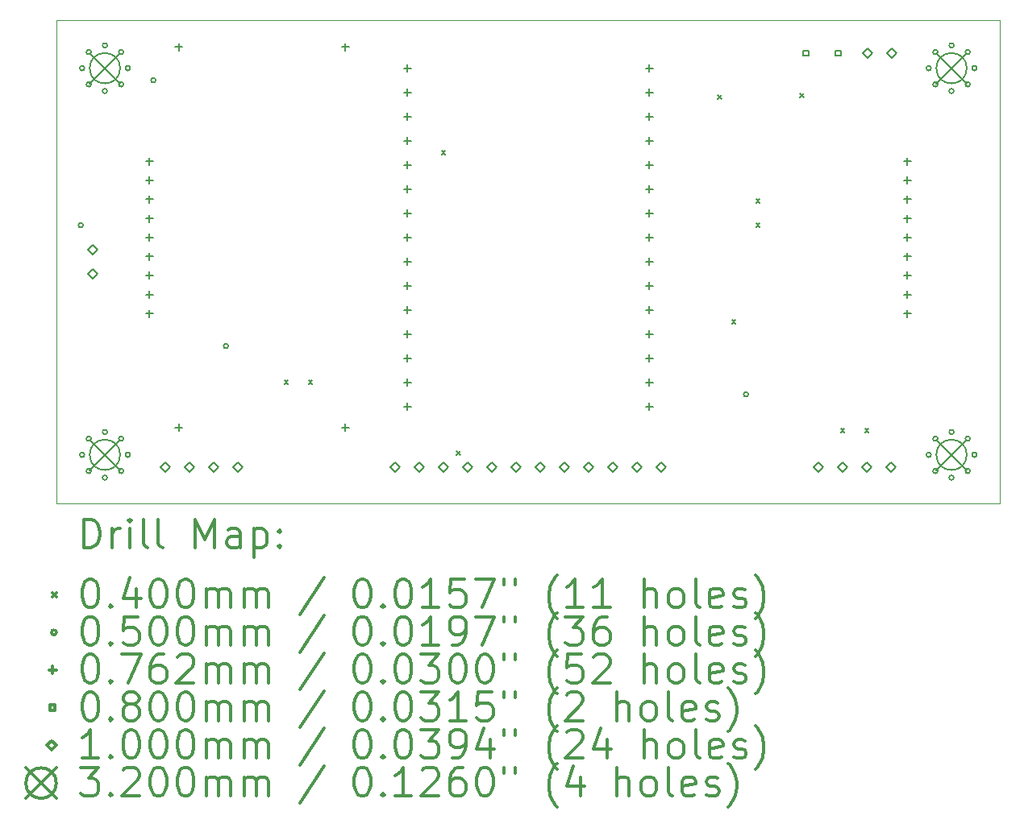
<source format=gbr>
%FSLAX45Y45*%
G04 Gerber Fmt 4.5, Leading zero omitted, Abs format (unit mm)*
G04 Created by KiCad (PCBNEW 5.99.0+really5.1.10+dfsg1-1) date 2022-02-16 20:00:36*
%MOMM*%
%LPD*%
G01*
G04 APERTURE LIST*
%TA.AperFunction,Profile*%
%ADD10C,0.050000*%
%TD*%
%ADD11C,0.200000*%
%ADD12C,0.300000*%
G04 APERTURE END LIST*
D10*
X2540000Y-7620000D02*
X2540000Y-2540000D01*
X12446000Y-7620000D02*
X2540000Y-7620000D01*
X12446000Y-2540000D02*
X12446000Y-7620000D01*
X2540000Y-2540000D02*
X12446000Y-2540000D01*
D11*
X4933000Y-6330000D02*
X4973000Y-6370000D01*
X4973000Y-6330000D02*
X4933000Y-6370000D01*
X5187000Y-6330000D02*
X5227000Y-6370000D01*
X5227000Y-6330000D02*
X5187000Y-6370000D01*
X6584000Y-3917000D02*
X6624000Y-3957000D01*
X6624000Y-3917000D02*
X6584000Y-3957000D01*
X6738064Y-7075001D02*
X6778064Y-7115001D01*
X6778064Y-7075001D02*
X6738064Y-7115001D01*
X9480000Y-3330000D02*
X9520000Y-3370000D01*
X9520000Y-3330000D02*
X9480000Y-3370000D01*
X9632000Y-5695000D02*
X9672000Y-5735000D01*
X9672000Y-5695000D02*
X9632000Y-5735000D01*
X9886000Y-4425000D02*
X9926000Y-4465000D01*
X9926000Y-4425000D02*
X9886000Y-4465000D01*
X9886000Y-4679000D02*
X9926000Y-4719000D01*
X9926000Y-4679000D02*
X9886000Y-4719000D01*
X10345000Y-3315000D02*
X10385000Y-3355000D01*
X10385000Y-3315000D02*
X10345000Y-3355000D01*
X10775000Y-6838000D02*
X10815000Y-6878000D01*
X10815000Y-6838000D02*
X10775000Y-6878000D01*
X11029000Y-6838000D02*
X11069000Y-6878000D01*
X11069000Y-6838000D02*
X11029000Y-6878000D01*
X2819000Y-4699000D02*
G75*
G03*
X2819000Y-4699000I-25000J0D01*
G01*
X2833000Y-3048000D02*
G75*
G03*
X2833000Y-3048000I-25000J0D01*
G01*
X2833000Y-7112000D02*
G75*
G03*
X2833000Y-7112000I-25000J0D01*
G01*
X2903294Y-2878294D02*
G75*
G03*
X2903294Y-2878294I-25000J0D01*
G01*
X2903294Y-3217706D02*
G75*
G03*
X2903294Y-3217706I-25000J0D01*
G01*
X2903294Y-6942294D02*
G75*
G03*
X2903294Y-6942294I-25000J0D01*
G01*
X2903294Y-7281706D02*
G75*
G03*
X2903294Y-7281706I-25000J0D01*
G01*
X3073000Y-2808000D02*
G75*
G03*
X3073000Y-2808000I-25000J0D01*
G01*
X3073000Y-3288000D02*
G75*
G03*
X3073000Y-3288000I-25000J0D01*
G01*
X3073000Y-6872000D02*
G75*
G03*
X3073000Y-6872000I-25000J0D01*
G01*
X3073000Y-7352000D02*
G75*
G03*
X3073000Y-7352000I-25000J0D01*
G01*
X3242706Y-2878294D02*
G75*
G03*
X3242706Y-2878294I-25000J0D01*
G01*
X3242706Y-3217706D02*
G75*
G03*
X3242706Y-3217706I-25000J0D01*
G01*
X3242706Y-6942294D02*
G75*
G03*
X3242706Y-6942294I-25000J0D01*
G01*
X3242706Y-7281706D02*
G75*
G03*
X3242706Y-7281706I-25000J0D01*
G01*
X3313000Y-3048000D02*
G75*
G03*
X3313000Y-3048000I-25000J0D01*
G01*
X3313000Y-7112000D02*
G75*
G03*
X3313000Y-7112000I-25000J0D01*
G01*
X3581000Y-3175000D02*
G75*
G03*
X3581000Y-3175000I-25000J0D01*
G01*
X4343000Y-5969000D02*
G75*
G03*
X4343000Y-5969000I-25000J0D01*
G01*
X9804000Y-6477000D02*
G75*
G03*
X9804000Y-6477000I-25000J0D01*
G01*
X11723000Y-3048000D02*
G75*
G03*
X11723000Y-3048000I-25000J0D01*
G01*
X11723000Y-7112000D02*
G75*
G03*
X11723000Y-7112000I-25000J0D01*
G01*
X11793294Y-2878294D02*
G75*
G03*
X11793294Y-2878294I-25000J0D01*
G01*
X11793294Y-3217706D02*
G75*
G03*
X11793294Y-3217706I-25000J0D01*
G01*
X11793294Y-6942294D02*
G75*
G03*
X11793294Y-6942294I-25000J0D01*
G01*
X11793294Y-7281706D02*
G75*
G03*
X11793294Y-7281706I-25000J0D01*
G01*
X11963000Y-2808000D02*
G75*
G03*
X11963000Y-2808000I-25000J0D01*
G01*
X11963000Y-3288000D02*
G75*
G03*
X11963000Y-3288000I-25000J0D01*
G01*
X11963000Y-6872000D02*
G75*
G03*
X11963000Y-6872000I-25000J0D01*
G01*
X11963000Y-7352000D02*
G75*
G03*
X11963000Y-7352000I-25000J0D01*
G01*
X12132706Y-2878294D02*
G75*
G03*
X12132706Y-2878294I-25000J0D01*
G01*
X12132706Y-3217706D02*
G75*
G03*
X12132706Y-3217706I-25000J0D01*
G01*
X12132706Y-6942294D02*
G75*
G03*
X12132706Y-6942294I-25000J0D01*
G01*
X12132706Y-7281706D02*
G75*
G03*
X12132706Y-7281706I-25000J0D01*
G01*
X12203000Y-3048000D02*
G75*
G03*
X12203000Y-3048000I-25000J0D01*
G01*
X12203000Y-7112000D02*
G75*
G03*
X12203000Y-7112000I-25000J0D01*
G01*
X3513000Y-3987900D02*
X3513000Y-4064100D01*
X3474900Y-4026000D02*
X3551100Y-4026000D01*
X3513000Y-4187900D02*
X3513000Y-4264100D01*
X3474900Y-4226000D02*
X3551100Y-4226000D01*
X3513000Y-4387900D02*
X3513000Y-4464100D01*
X3474900Y-4426000D02*
X3551100Y-4426000D01*
X3513000Y-4587900D02*
X3513000Y-4664100D01*
X3474900Y-4626000D02*
X3551100Y-4626000D01*
X3513000Y-4787900D02*
X3513000Y-4864100D01*
X3474900Y-4826000D02*
X3551100Y-4826000D01*
X3513000Y-4987900D02*
X3513000Y-5064100D01*
X3474900Y-5026000D02*
X3551100Y-5026000D01*
X3513000Y-5187900D02*
X3513000Y-5264100D01*
X3474900Y-5226000D02*
X3551100Y-5226000D01*
X3513000Y-5387900D02*
X3513000Y-5464100D01*
X3474900Y-5426000D02*
X3551100Y-5426000D01*
X3513000Y-5587900D02*
X3513000Y-5664100D01*
X3474900Y-5626000D02*
X3551100Y-5626000D01*
X3824000Y-2787900D02*
X3824000Y-2864100D01*
X3785900Y-2826000D02*
X3862100Y-2826000D01*
X3824000Y-6787900D02*
X3824000Y-6864100D01*
X3785900Y-6826000D02*
X3862100Y-6826000D01*
X5574000Y-2787900D02*
X5574000Y-2864100D01*
X5535900Y-2826000D02*
X5612100Y-2826000D01*
X5574000Y-6787900D02*
X5574000Y-6864100D01*
X5535900Y-6826000D02*
X5612100Y-6826000D01*
X6223000Y-3009900D02*
X6223000Y-3086100D01*
X6184900Y-3048000D02*
X6261100Y-3048000D01*
X6223000Y-3263900D02*
X6223000Y-3340100D01*
X6184900Y-3302000D02*
X6261100Y-3302000D01*
X6223000Y-3517900D02*
X6223000Y-3594100D01*
X6184900Y-3556000D02*
X6261100Y-3556000D01*
X6223000Y-3771900D02*
X6223000Y-3848100D01*
X6184900Y-3810000D02*
X6261100Y-3810000D01*
X6223000Y-4025900D02*
X6223000Y-4102100D01*
X6184900Y-4064000D02*
X6261100Y-4064000D01*
X6223000Y-4279900D02*
X6223000Y-4356100D01*
X6184900Y-4318000D02*
X6261100Y-4318000D01*
X6223000Y-4533900D02*
X6223000Y-4610100D01*
X6184900Y-4572000D02*
X6261100Y-4572000D01*
X6223000Y-4787900D02*
X6223000Y-4864100D01*
X6184900Y-4826000D02*
X6261100Y-4826000D01*
X6223000Y-5041900D02*
X6223000Y-5118100D01*
X6184900Y-5080000D02*
X6261100Y-5080000D01*
X6223000Y-5295900D02*
X6223000Y-5372100D01*
X6184900Y-5334000D02*
X6261100Y-5334000D01*
X6223000Y-5549900D02*
X6223000Y-5626100D01*
X6184900Y-5588000D02*
X6261100Y-5588000D01*
X6223000Y-5803900D02*
X6223000Y-5880100D01*
X6184900Y-5842000D02*
X6261100Y-5842000D01*
X6223000Y-6057900D02*
X6223000Y-6134100D01*
X6184900Y-6096000D02*
X6261100Y-6096000D01*
X6223000Y-6311900D02*
X6223000Y-6388100D01*
X6184900Y-6350000D02*
X6261100Y-6350000D01*
X6223000Y-6565900D02*
X6223000Y-6642100D01*
X6184900Y-6604000D02*
X6261100Y-6604000D01*
X8763000Y-3009900D02*
X8763000Y-3086100D01*
X8724900Y-3048000D02*
X8801100Y-3048000D01*
X8763000Y-3263900D02*
X8763000Y-3340100D01*
X8724900Y-3302000D02*
X8801100Y-3302000D01*
X8763000Y-3517900D02*
X8763000Y-3594100D01*
X8724900Y-3556000D02*
X8801100Y-3556000D01*
X8763000Y-3771900D02*
X8763000Y-3848100D01*
X8724900Y-3810000D02*
X8801100Y-3810000D01*
X8763000Y-4025900D02*
X8763000Y-4102100D01*
X8724900Y-4064000D02*
X8801100Y-4064000D01*
X8763000Y-4279900D02*
X8763000Y-4356100D01*
X8724900Y-4318000D02*
X8801100Y-4318000D01*
X8763000Y-4533900D02*
X8763000Y-4610100D01*
X8724900Y-4572000D02*
X8801100Y-4572000D01*
X8763000Y-4787900D02*
X8763000Y-4864100D01*
X8724900Y-4826000D02*
X8801100Y-4826000D01*
X8763000Y-5041900D02*
X8763000Y-5118100D01*
X8724900Y-5080000D02*
X8801100Y-5080000D01*
X8763000Y-5295900D02*
X8763000Y-5372100D01*
X8724900Y-5334000D02*
X8801100Y-5334000D01*
X8763000Y-5549900D02*
X8763000Y-5626100D01*
X8724900Y-5588000D02*
X8801100Y-5588000D01*
X8763000Y-5803900D02*
X8763000Y-5880100D01*
X8724900Y-5842000D02*
X8801100Y-5842000D01*
X8763000Y-6057900D02*
X8763000Y-6134100D01*
X8724900Y-6096000D02*
X8801100Y-6096000D01*
X8763000Y-6311900D02*
X8763000Y-6388100D01*
X8724900Y-6350000D02*
X8801100Y-6350000D01*
X8763000Y-6565900D02*
X8763000Y-6642100D01*
X8724900Y-6604000D02*
X8801100Y-6604000D01*
X11473000Y-3987900D02*
X11473000Y-4064100D01*
X11434900Y-4026000D02*
X11511100Y-4026000D01*
X11473000Y-4187900D02*
X11473000Y-4264100D01*
X11434900Y-4226000D02*
X11511100Y-4226000D01*
X11473000Y-4387900D02*
X11473000Y-4464100D01*
X11434900Y-4426000D02*
X11511100Y-4426000D01*
X11473000Y-4587900D02*
X11473000Y-4664100D01*
X11434900Y-4626000D02*
X11511100Y-4626000D01*
X11473000Y-4787900D02*
X11473000Y-4864100D01*
X11434900Y-4826000D02*
X11511100Y-4826000D01*
X11473000Y-4987900D02*
X11473000Y-5064100D01*
X11434900Y-5026000D02*
X11511100Y-5026000D01*
X11473000Y-5187900D02*
X11473000Y-5264100D01*
X11434900Y-5226000D02*
X11511100Y-5226000D01*
X11473000Y-5387900D02*
X11473000Y-5464100D01*
X11434900Y-5426000D02*
X11511100Y-5426000D01*
X11473000Y-5587900D02*
X11473000Y-5664100D01*
X11434900Y-5626000D02*
X11511100Y-5626000D01*
X10438285Y-2918284D02*
X10438285Y-2861715D01*
X10381716Y-2861715D01*
X10381716Y-2918284D01*
X10438285Y-2918284D01*
X10778285Y-2918284D02*
X10778285Y-2861715D01*
X10721716Y-2861715D01*
X10721716Y-2918284D01*
X10778285Y-2918284D01*
X2921000Y-5003000D02*
X2971000Y-4953000D01*
X2921000Y-4903000D01*
X2871000Y-4953000D01*
X2921000Y-5003000D01*
X2921000Y-5257000D02*
X2971000Y-5207000D01*
X2921000Y-5157000D01*
X2871000Y-5207000D01*
X2921000Y-5257000D01*
X3683000Y-7289000D02*
X3733000Y-7239000D01*
X3683000Y-7189000D01*
X3633000Y-7239000D01*
X3683000Y-7289000D01*
X3937000Y-7289000D02*
X3987000Y-7239000D01*
X3937000Y-7189000D01*
X3887000Y-7239000D01*
X3937000Y-7289000D01*
X4191000Y-7289000D02*
X4241000Y-7239000D01*
X4191000Y-7189000D01*
X4141000Y-7239000D01*
X4191000Y-7289000D01*
X4445000Y-7289000D02*
X4495000Y-7239000D01*
X4445000Y-7189000D01*
X4395000Y-7239000D01*
X4445000Y-7289000D01*
X6096000Y-7289000D02*
X6146000Y-7239000D01*
X6096000Y-7189000D01*
X6046000Y-7239000D01*
X6096000Y-7289000D01*
X6350000Y-7289000D02*
X6400000Y-7239000D01*
X6350000Y-7189000D01*
X6300000Y-7239000D01*
X6350000Y-7289000D01*
X6604000Y-7289000D02*
X6654000Y-7239000D01*
X6604000Y-7189000D01*
X6554000Y-7239000D01*
X6604000Y-7289000D01*
X6858000Y-7289000D02*
X6908000Y-7239000D01*
X6858000Y-7189000D01*
X6808000Y-7239000D01*
X6858000Y-7289000D01*
X7112000Y-7289000D02*
X7162000Y-7239000D01*
X7112000Y-7189000D01*
X7062000Y-7239000D01*
X7112000Y-7289000D01*
X7366000Y-7289000D02*
X7416000Y-7239000D01*
X7366000Y-7189000D01*
X7316000Y-7239000D01*
X7366000Y-7289000D01*
X7620000Y-7289000D02*
X7670000Y-7239000D01*
X7620000Y-7189000D01*
X7570000Y-7239000D01*
X7620000Y-7289000D01*
X7874000Y-7289000D02*
X7924000Y-7239000D01*
X7874000Y-7189000D01*
X7824000Y-7239000D01*
X7874000Y-7289000D01*
X8128000Y-7289000D02*
X8178000Y-7239000D01*
X8128000Y-7189000D01*
X8078000Y-7239000D01*
X8128000Y-7289000D01*
X8382000Y-7289000D02*
X8432000Y-7239000D01*
X8382000Y-7189000D01*
X8332000Y-7239000D01*
X8382000Y-7289000D01*
X8636000Y-7289000D02*
X8686000Y-7239000D01*
X8636000Y-7189000D01*
X8586000Y-7239000D01*
X8636000Y-7289000D01*
X8890000Y-7289000D02*
X8940000Y-7239000D01*
X8890000Y-7189000D01*
X8840000Y-7239000D01*
X8890000Y-7289000D01*
X10541000Y-7289000D02*
X10591000Y-7239000D01*
X10541000Y-7189000D01*
X10491000Y-7239000D01*
X10541000Y-7289000D01*
X10795000Y-7289000D02*
X10845000Y-7239000D01*
X10795000Y-7189000D01*
X10745000Y-7239000D01*
X10795000Y-7289000D01*
X11049000Y-7289000D02*
X11099000Y-7239000D01*
X11049000Y-7189000D01*
X10999000Y-7239000D01*
X11049000Y-7289000D01*
X11056000Y-2940000D02*
X11106000Y-2890000D01*
X11056000Y-2840000D01*
X11006000Y-2890000D01*
X11056000Y-2940000D01*
X11303000Y-7289000D02*
X11353000Y-7239000D01*
X11303000Y-7189000D01*
X11253000Y-7239000D01*
X11303000Y-7289000D01*
X11310000Y-2940000D02*
X11360000Y-2890000D01*
X11310000Y-2840000D01*
X11260000Y-2890000D01*
X11310000Y-2940000D01*
X2888000Y-2888000D02*
X3208000Y-3208000D01*
X3208000Y-2888000D02*
X2888000Y-3208000D01*
X3208000Y-3048000D02*
G75*
G03*
X3208000Y-3048000I-160000J0D01*
G01*
X2888000Y-6952000D02*
X3208000Y-7272000D01*
X3208000Y-6952000D02*
X2888000Y-7272000D01*
X3208000Y-7112000D02*
G75*
G03*
X3208000Y-7112000I-160000J0D01*
G01*
X11778000Y-2888000D02*
X12098000Y-3208000D01*
X12098000Y-2888000D02*
X11778000Y-3208000D01*
X12098000Y-3048000D02*
G75*
G03*
X12098000Y-3048000I-160000J0D01*
G01*
X11778000Y-6952000D02*
X12098000Y-7272000D01*
X12098000Y-6952000D02*
X11778000Y-7272000D01*
X12098000Y-7112000D02*
G75*
G03*
X12098000Y-7112000I-160000J0D01*
G01*
D12*
X2823928Y-8088214D02*
X2823928Y-7788214D01*
X2895357Y-7788214D01*
X2938214Y-7802500D01*
X2966786Y-7831071D01*
X2981071Y-7859643D01*
X2995357Y-7916786D01*
X2995357Y-7959643D01*
X2981071Y-8016786D01*
X2966786Y-8045357D01*
X2938214Y-8073929D01*
X2895357Y-8088214D01*
X2823928Y-8088214D01*
X3123928Y-8088214D02*
X3123928Y-7888214D01*
X3123928Y-7945357D02*
X3138214Y-7916786D01*
X3152500Y-7902500D01*
X3181071Y-7888214D01*
X3209643Y-7888214D01*
X3309643Y-8088214D02*
X3309643Y-7888214D01*
X3309643Y-7788214D02*
X3295357Y-7802500D01*
X3309643Y-7816786D01*
X3323928Y-7802500D01*
X3309643Y-7788214D01*
X3309643Y-7816786D01*
X3495357Y-8088214D02*
X3466786Y-8073929D01*
X3452500Y-8045357D01*
X3452500Y-7788214D01*
X3652500Y-8088214D02*
X3623928Y-8073929D01*
X3609643Y-8045357D01*
X3609643Y-7788214D01*
X3995357Y-8088214D02*
X3995357Y-7788214D01*
X4095357Y-8002500D01*
X4195357Y-7788214D01*
X4195357Y-8088214D01*
X4466786Y-8088214D02*
X4466786Y-7931071D01*
X4452500Y-7902500D01*
X4423928Y-7888214D01*
X4366786Y-7888214D01*
X4338214Y-7902500D01*
X4466786Y-8073929D02*
X4438214Y-8088214D01*
X4366786Y-8088214D01*
X4338214Y-8073929D01*
X4323928Y-8045357D01*
X4323928Y-8016786D01*
X4338214Y-7988214D01*
X4366786Y-7973929D01*
X4438214Y-7973929D01*
X4466786Y-7959643D01*
X4609643Y-7888214D02*
X4609643Y-8188214D01*
X4609643Y-7902500D02*
X4638214Y-7888214D01*
X4695357Y-7888214D01*
X4723928Y-7902500D01*
X4738214Y-7916786D01*
X4752500Y-7945357D01*
X4752500Y-8031071D01*
X4738214Y-8059643D01*
X4723928Y-8073929D01*
X4695357Y-8088214D01*
X4638214Y-8088214D01*
X4609643Y-8073929D01*
X4881071Y-8059643D02*
X4895357Y-8073929D01*
X4881071Y-8088214D01*
X4866786Y-8073929D01*
X4881071Y-8059643D01*
X4881071Y-8088214D01*
X4881071Y-7902500D02*
X4895357Y-7916786D01*
X4881071Y-7931071D01*
X4866786Y-7916786D01*
X4881071Y-7902500D01*
X4881071Y-7931071D01*
X2497500Y-8562500D02*
X2537500Y-8602500D01*
X2537500Y-8562500D02*
X2497500Y-8602500D01*
X2881071Y-8418214D02*
X2909643Y-8418214D01*
X2938214Y-8432500D01*
X2952500Y-8446786D01*
X2966786Y-8475357D01*
X2981071Y-8532500D01*
X2981071Y-8603929D01*
X2966786Y-8661072D01*
X2952500Y-8689643D01*
X2938214Y-8703929D01*
X2909643Y-8718214D01*
X2881071Y-8718214D01*
X2852500Y-8703929D01*
X2838214Y-8689643D01*
X2823928Y-8661072D01*
X2809643Y-8603929D01*
X2809643Y-8532500D01*
X2823928Y-8475357D01*
X2838214Y-8446786D01*
X2852500Y-8432500D01*
X2881071Y-8418214D01*
X3109643Y-8689643D02*
X3123928Y-8703929D01*
X3109643Y-8718214D01*
X3095357Y-8703929D01*
X3109643Y-8689643D01*
X3109643Y-8718214D01*
X3381071Y-8518214D02*
X3381071Y-8718214D01*
X3309643Y-8403929D02*
X3238214Y-8618214D01*
X3423928Y-8618214D01*
X3595357Y-8418214D02*
X3623928Y-8418214D01*
X3652500Y-8432500D01*
X3666786Y-8446786D01*
X3681071Y-8475357D01*
X3695357Y-8532500D01*
X3695357Y-8603929D01*
X3681071Y-8661072D01*
X3666786Y-8689643D01*
X3652500Y-8703929D01*
X3623928Y-8718214D01*
X3595357Y-8718214D01*
X3566786Y-8703929D01*
X3552500Y-8689643D01*
X3538214Y-8661072D01*
X3523928Y-8603929D01*
X3523928Y-8532500D01*
X3538214Y-8475357D01*
X3552500Y-8446786D01*
X3566786Y-8432500D01*
X3595357Y-8418214D01*
X3881071Y-8418214D02*
X3909643Y-8418214D01*
X3938214Y-8432500D01*
X3952500Y-8446786D01*
X3966786Y-8475357D01*
X3981071Y-8532500D01*
X3981071Y-8603929D01*
X3966786Y-8661072D01*
X3952500Y-8689643D01*
X3938214Y-8703929D01*
X3909643Y-8718214D01*
X3881071Y-8718214D01*
X3852500Y-8703929D01*
X3838214Y-8689643D01*
X3823928Y-8661072D01*
X3809643Y-8603929D01*
X3809643Y-8532500D01*
X3823928Y-8475357D01*
X3838214Y-8446786D01*
X3852500Y-8432500D01*
X3881071Y-8418214D01*
X4109643Y-8718214D02*
X4109643Y-8518214D01*
X4109643Y-8546786D02*
X4123928Y-8532500D01*
X4152500Y-8518214D01*
X4195357Y-8518214D01*
X4223928Y-8532500D01*
X4238214Y-8561072D01*
X4238214Y-8718214D01*
X4238214Y-8561072D02*
X4252500Y-8532500D01*
X4281071Y-8518214D01*
X4323928Y-8518214D01*
X4352500Y-8532500D01*
X4366786Y-8561072D01*
X4366786Y-8718214D01*
X4509643Y-8718214D02*
X4509643Y-8518214D01*
X4509643Y-8546786D02*
X4523928Y-8532500D01*
X4552500Y-8518214D01*
X4595357Y-8518214D01*
X4623928Y-8532500D01*
X4638214Y-8561072D01*
X4638214Y-8718214D01*
X4638214Y-8561072D02*
X4652500Y-8532500D01*
X4681071Y-8518214D01*
X4723928Y-8518214D01*
X4752500Y-8532500D01*
X4766786Y-8561072D01*
X4766786Y-8718214D01*
X5352500Y-8403929D02*
X5095357Y-8789643D01*
X5738214Y-8418214D02*
X5766786Y-8418214D01*
X5795357Y-8432500D01*
X5809643Y-8446786D01*
X5823928Y-8475357D01*
X5838214Y-8532500D01*
X5838214Y-8603929D01*
X5823928Y-8661072D01*
X5809643Y-8689643D01*
X5795357Y-8703929D01*
X5766786Y-8718214D01*
X5738214Y-8718214D01*
X5709643Y-8703929D01*
X5695357Y-8689643D01*
X5681071Y-8661072D01*
X5666786Y-8603929D01*
X5666786Y-8532500D01*
X5681071Y-8475357D01*
X5695357Y-8446786D01*
X5709643Y-8432500D01*
X5738214Y-8418214D01*
X5966786Y-8689643D02*
X5981071Y-8703929D01*
X5966786Y-8718214D01*
X5952500Y-8703929D01*
X5966786Y-8689643D01*
X5966786Y-8718214D01*
X6166786Y-8418214D02*
X6195357Y-8418214D01*
X6223928Y-8432500D01*
X6238214Y-8446786D01*
X6252500Y-8475357D01*
X6266786Y-8532500D01*
X6266786Y-8603929D01*
X6252500Y-8661072D01*
X6238214Y-8689643D01*
X6223928Y-8703929D01*
X6195357Y-8718214D01*
X6166786Y-8718214D01*
X6138214Y-8703929D01*
X6123928Y-8689643D01*
X6109643Y-8661072D01*
X6095357Y-8603929D01*
X6095357Y-8532500D01*
X6109643Y-8475357D01*
X6123928Y-8446786D01*
X6138214Y-8432500D01*
X6166786Y-8418214D01*
X6552500Y-8718214D02*
X6381071Y-8718214D01*
X6466786Y-8718214D02*
X6466786Y-8418214D01*
X6438214Y-8461072D01*
X6409643Y-8489643D01*
X6381071Y-8503929D01*
X6823928Y-8418214D02*
X6681071Y-8418214D01*
X6666786Y-8561072D01*
X6681071Y-8546786D01*
X6709643Y-8532500D01*
X6781071Y-8532500D01*
X6809643Y-8546786D01*
X6823928Y-8561072D01*
X6838214Y-8589643D01*
X6838214Y-8661072D01*
X6823928Y-8689643D01*
X6809643Y-8703929D01*
X6781071Y-8718214D01*
X6709643Y-8718214D01*
X6681071Y-8703929D01*
X6666786Y-8689643D01*
X6938214Y-8418214D02*
X7138214Y-8418214D01*
X7009643Y-8718214D01*
X7238214Y-8418214D02*
X7238214Y-8475357D01*
X7352500Y-8418214D02*
X7352500Y-8475357D01*
X7795357Y-8832500D02*
X7781071Y-8818214D01*
X7752500Y-8775357D01*
X7738214Y-8746786D01*
X7723928Y-8703929D01*
X7709643Y-8632500D01*
X7709643Y-8575357D01*
X7723928Y-8503929D01*
X7738214Y-8461072D01*
X7752500Y-8432500D01*
X7781071Y-8389643D01*
X7795357Y-8375357D01*
X8066786Y-8718214D02*
X7895357Y-8718214D01*
X7981071Y-8718214D02*
X7981071Y-8418214D01*
X7952500Y-8461072D01*
X7923928Y-8489643D01*
X7895357Y-8503929D01*
X8352500Y-8718214D02*
X8181071Y-8718214D01*
X8266786Y-8718214D02*
X8266786Y-8418214D01*
X8238214Y-8461072D01*
X8209643Y-8489643D01*
X8181071Y-8503929D01*
X8709643Y-8718214D02*
X8709643Y-8418214D01*
X8838214Y-8718214D02*
X8838214Y-8561072D01*
X8823928Y-8532500D01*
X8795357Y-8518214D01*
X8752500Y-8518214D01*
X8723928Y-8532500D01*
X8709643Y-8546786D01*
X9023928Y-8718214D02*
X8995357Y-8703929D01*
X8981071Y-8689643D01*
X8966786Y-8661072D01*
X8966786Y-8575357D01*
X8981071Y-8546786D01*
X8995357Y-8532500D01*
X9023928Y-8518214D01*
X9066786Y-8518214D01*
X9095357Y-8532500D01*
X9109643Y-8546786D01*
X9123928Y-8575357D01*
X9123928Y-8661072D01*
X9109643Y-8689643D01*
X9095357Y-8703929D01*
X9066786Y-8718214D01*
X9023928Y-8718214D01*
X9295357Y-8718214D02*
X9266786Y-8703929D01*
X9252500Y-8675357D01*
X9252500Y-8418214D01*
X9523928Y-8703929D02*
X9495357Y-8718214D01*
X9438214Y-8718214D01*
X9409643Y-8703929D01*
X9395357Y-8675357D01*
X9395357Y-8561072D01*
X9409643Y-8532500D01*
X9438214Y-8518214D01*
X9495357Y-8518214D01*
X9523928Y-8532500D01*
X9538214Y-8561072D01*
X9538214Y-8589643D01*
X9395357Y-8618214D01*
X9652500Y-8703929D02*
X9681071Y-8718214D01*
X9738214Y-8718214D01*
X9766786Y-8703929D01*
X9781071Y-8675357D01*
X9781071Y-8661072D01*
X9766786Y-8632500D01*
X9738214Y-8618214D01*
X9695357Y-8618214D01*
X9666786Y-8603929D01*
X9652500Y-8575357D01*
X9652500Y-8561072D01*
X9666786Y-8532500D01*
X9695357Y-8518214D01*
X9738214Y-8518214D01*
X9766786Y-8532500D01*
X9881071Y-8832500D02*
X9895357Y-8818214D01*
X9923928Y-8775357D01*
X9938214Y-8746786D01*
X9952500Y-8703929D01*
X9966786Y-8632500D01*
X9966786Y-8575357D01*
X9952500Y-8503929D01*
X9938214Y-8461072D01*
X9923928Y-8432500D01*
X9895357Y-8389643D01*
X9881071Y-8375357D01*
X2537500Y-8978500D02*
G75*
G03*
X2537500Y-8978500I-25000J0D01*
G01*
X2881071Y-8814214D02*
X2909643Y-8814214D01*
X2938214Y-8828500D01*
X2952500Y-8842786D01*
X2966786Y-8871357D01*
X2981071Y-8928500D01*
X2981071Y-8999929D01*
X2966786Y-9057072D01*
X2952500Y-9085643D01*
X2938214Y-9099929D01*
X2909643Y-9114214D01*
X2881071Y-9114214D01*
X2852500Y-9099929D01*
X2838214Y-9085643D01*
X2823928Y-9057072D01*
X2809643Y-8999929D01*
X2809643Y-8928500D01*
X2823928Y-8871357D01*
X2838214Y-8842786D01*
X2852500Y-8828500D01*
X2881071Y-8814214D01*
X3109643Y-9085643D02*
X3123928Y-9099929D01*
X3109643Y-9114214D01*
X3095357Y-9099929D01*
X3109643Y-9085643D01*
X3109643Y-9114214D01*
X3395357Y-8814214D02*
X3252500Y-8814214D01*
X3238214Y-8957072D01*
X3252500Y-8942786D01*
X3281071Y-8928500D01*
X3352500Y-8928500D01*
X3381071Y-8942786D01*
X3395357Y-8957072D01*
X3409643Y-8985643D01*
X3409643Y-9057072D01*
X3395357Y-9085643D01*
X3381071Y-9099929D01*
X3352500Y-9114214D01*
X3281071Y-9114214D01*
X3252500Y-9099929D01*
X3238214Y-9085643D01*
X3595357Y-8814214D02*
X3623928Y-8814214D01*
X3652500Y-8828500D01*
X3666786Y-8842786D01*
X3681071Y-8871357D01*
X3695357Y-8928500D01*
X3695357Y-8999929D01*
X3681071Y-9057072D01*
X3666786Y-9085643D01*
X3652500Y-9099929D01*
X3623928Y-9114214D01*
X3595357Y-9114214D01*
X3566786Y-9099929D01*
X3552500Y-9085643D01*
X3538214Y-9057072D01*
X3523928Y-8999929D01*
X3523928Y-8928500D01*
X3538214Y-8871357D01*
X3552500Y-8842786D01*
X3566786Y-8828500D01*
X3595357Y-8814214D01*
X3881071Y-8814214D02*
X3909643Y-8814214D01*
X3938214Y-8828500D01*
X3952500Y-8842786D01*
X3966786Y-8871357D01*
X3981071Y-8928500D01*
X3981071Y-8999929D01*
X3966786Y-9057072D01*
X3952500Y-9085643D01*
X3938214Y-9099929D01*
X3909643Y-9114214D01*
X3881071Y-9114214D01*
X3852500Y-9099929D01*
X3838214Y-9085643D01*
X3823928Y-9057072D01*
X3809643Y-8999929D01*
X3809643Y-8928500D01*
X3823928Y-8871357D01*
X3838214Y-8842786D01*
X3852500Y-8828500D01*
X3881071Y-8814214D01*
X4109643Y-9114214D02*
X4109643Y-8914214D01*
X4109643Y-8942786D02*
X4123928Y-8928500D01*
X4152500Y-8914214D01*
X4195357Y-8914214D01*
X4223928Y-8928500D01*
X4238214Y-8957072D01*
X4238214Y-9114214D01*
X4238214Y-8957072D02*
X4252500Y-8928500D01*
X4281071Y-8914214D01*
X4323928Y-8914214D01*
X4352500Y-8928500D01*
X4366786Y-8957072D01*
X4366786Y-9114214D01*
X4509643Y-9114214D02*
X4509643Y-8914214D01*
X4509643Y-8942786D02*
X4523928Y-8928500D01*
X4552500Y-8914214D01*
X4595357Y-8914214D01*
X4623928Y-8928500D01*
X4638214Y-8957072D01*
X4638214Y-9114214D01*
X4638214Y-8957072D02*
X4652500Y-8928500D01*
X4681071Y-8914214D01*
X4723928Y-8914214D01*
X4752500Y-8928500D01*
X4766786Y-8957072D01*
X4766786Y-9114214D01*
X5352500Y-8799929D02*
X5095357Y-9185643D01*
X5738214Y-8814214D02*
X5766786Y-8814214D01*
X5795357Y-8828500D01*
X5809643Y-8842786D01*
X5823928Y-8871357D01*
X5838214Y-8928500D01*
X5838214Y-8999929D01*
X5823928Y-9057072D01*
X5809643Y-9085643D01*
X5795357Y-9099929D01*
X5766786Y-9114214D01*
X5738214Y-9114214D01*
X5709643Y-9099929D01*
X5695357Y-9085643D01*
X5681071Y-9057072D01*
X5666786Y-8999929D01*
X5666786Y-8928500D01*
X5681071Y-8871357D01*
X5695357Y-8842786D01*
X5709643Y-8828500D01*
X5738214Y-8814214D01*
X5966786Y-9085643D02*
X5981071Y-9099929D01*
X5966786Y-9114214D01*
X5952500Y-9099929D01*
X5966786Y-9085643D01*
X5966786Y-9114214D01*
X6166786Y-8814214D02*
X6195357Y-8814214D01*
X6223928Y-8828500D01*
X6238214Y-8842786D01*
X6252500Y-8871357D01*
X6266786Y-8928500D01*
X6266786Y-8999929D01*
X6252500Y-9057072D01*
X6238214Y-9085643D01*
X6223928Y-9099929D01*
X6195357Y-9114214D01*
X6166786Y-9114214D01*
X6138214Y-9099929D01*
X6123928Y-9085643D01*
X6109643Y-9057072D01*
X6095357Y-8999929D01*
X6095357Y-8928500D01*
X6109643Y-8871357D01*
X6123928Y-8842786D01*
X6138214Y-8828500D01*
X6166786Y-8814214D01*
X6552500Y-9114214D02*
X6381071Y-9114214D01*
X6466786Y-9114214D02*
X6466786Y-8814214D01*
X6438214Y-8857072D01*
X6409643Y-8885643D01*
X6381071Y-8899929D01*
X6695357Y-9114214D02*
X6752500Y-9114214D01*
X6781071Y-9099929D01*
X6795357Y-9085643D01*
X6823928Y-9042786D01*
X6838214Y-8985643D01*
X6838214Y-8871357D01*
X6823928Y-8842786D01*
X6809643Y-8828500D01*
X6781071Y-8814214D01*
X6723928Y-8814214D01*
X6695357Y-8828500D01*
X6681071Y-8842786D01*
X6666786Y-8871357D01*
X6666786Y-8942786D01*
X6681071Y-8971357D01*
X6695357Y-8985643D01*
X6723928Y-8999929D01*
X6781071Y-8999929D01*
X6809643Y-8985643D01*
X6823928Y-8971357D01*
X6838214Y-8942786D01*
X6938214Y-8814214D02*
X7138214Y-8814214D01*
X7009643Y-9114214D01*
X7238214Y-8814214D02*
X7238214Y-8871357D01*
X7352500Y-8814214D02*
X7352500Y-8871357D01*
X7795357Y-9228500D02*
X7781071Y-9214214D01*
X7752500Y-9171357D01*
X7738214Y-9142786D01*
X7723928Y-9099929D01*
X7709643Y-9028500D01*
X7709643Y-8971357D01*
X7723928Y-8899929D01*
X7738214Y-8857072D01*
X7752500Y-8828500D01*
X7781071Y-8785643D01*
X7795357Y-8771357D01*
X7881071Y-8814214D02*
X8066786Y-8814214D01*
X7966786Y-8928500D01*
X8009643Y-8928500D01*
X8038214Y-8942786D01*
X8052500Y-8957072D01*
X8066786Y-8985643D01*
X8066786Y-9057072D01*
X8052500Y-9085643D01*
X8038214Y-9099929D01*
X8009643Y-9114214D01*
X7923928Y-9114214D01*
X7895357Y-9099929D01*
X7881071Y-9085643D01*
X8323928Y-8814214D02*
X8266786Y-8814214D01*
X8238214Y-8828500D01*
X8223928Y-8842786D01*
X8195357Y-8885643D01*
X8181071Y-8942786D01*
X8181071Y-9057072D01*
X8195357Y-9085643D01*
X8209643Y-9099929D01*
X8238214Y-9114214D01*
X8295357Y-9114214D01*
X8323928Y-9099929D01*
X8338214Y-9085643D01*
X8352500Y-9057072D01*
X8352500Y-8985643D01*
X8338214Y-8957072D01*
X8323928Y-8942786D01*
X8295357Y-8928500D01*
X8238214Y-8928500D01*
X8209643Y-8942786D01*
X8195357Y-8957072D01*
X8181071Y-8985643D01*
X8709643Y-9114214D02*
X8709643Y-8814214D01*
X8838214Y-9114214D02*
X8838214Y-8957072D01*
X8823928Y-8928500D01*
X8795357Y-8914214D01*
X8752500Y-8914214D01*
X8723928Y-8928500D01*
X8709643Y-8942786D01*
X9023928Y-9114214D02*
X8995357Y-9099929D01*
X8981071Y-9085643D01*
X8966786Y-9057072D01*
X8966786Y-8971357D01*
X8981071Y-8942786D01*
X8995357Y-8928500D01*
X9023928Y-8914214D01*
X9066786Y-8914214D01*
X9095357Y-8928500D01*
X9109643Y-8942786D01*
X9123928Y-8971357D01*
X9123928Y-9057072D01*
X9109643Y-9085643D01*
X9095357Y-9099929D01*
X9066786Y-9114214D01*
X9023928Y-9114214D01*
X9295357Y-9114214D02*
X9266786Y-9099929D01*
X9252500Y-9071357D01*
X9252500Y-8814214D01*
X9523928Y-9099929D02*
X9495357Y-9114214D01*
X9438214Y-9114214D01*
X9409643Y-9099929D01*
X9395357Y-9071357D01*
X9395357Y-8957072D01*
X9409643Y-8928500D01*
X9438214Y-8914214D01*
X9495357Y-8914214D01*
X9523928Y-8928500D01*
X9538214Y-8957072D01*
X9538214Y-8985643D01*
X9395357Y-9014214D01*
X9652500Y-9099929D02*
X9681071Y-9114214D01*
X9738214Y-9114214D01*
X9766786Y-9099929D01*
X9781071Y-9071357D01*
X9781071Y-9057072D01*
X9766786Y-9028500D01*
X9738214Y-9014214D01*
X9695357Y-9014214D01*
X9666786Y-8999929D01*
X9652500Y-8971357D01*
X9652500Y-8957072D01*
X9666786Y-8928500D01*
X9695357Y-8914214D01*
X9738214Y-8914214D01*
X9766786Y-8928500D01*
X9881071Y-9228500D02*
X9895357Y-9214214D01*
X9923928Y-9171357D01*
X9938214Y-9142786D01*
X9952500Y-9099929D01*
X9966786Y-9028500D01*
X9966786Y-8971357D01*
X9952500Y-8899929D01*
X9938214Y-8857072D01*
X9923928Y-8828500D01*
X9895357Y-8785643D01*
X9881071Y-8771357D01*
X2499400Y-9336400D02*
X2499400Y-9412600D01*
X2461300Y-9374500D02*
X2537500Y-9374500D01*
X2881071Y-9210214D02*
X2909643Y-9210214D01*
X2938214Y-9224500D01*
X2952500Y-9238786D01*
X2966786Y-9267357D01*
X2981071Y-9324500D01*
X2981071Y-9395929D01*
X2966786Y-9453072D01*
X2952500Y-9481643D01*
X2938214Y-9495929D01*
X2909643Y-9510214D01*
X2881071Y-9510214D01*
X2852500Y-9495929D01*
X2838214Y-9481643D01*
X2823928Y-9453072D01*
X2809643Y-9395929D01*
X2809643Y-9324500D01*
X2823928Y-9267357D01*
X2838214Y-9238786D01*
X2852500Y-9224500D01*
X2881071Y-9210214D01*
X3109643Y-9481643D02*
X3123928Y-9495929D01*
X3109643Y-9510214D01*
X3095357Y-9495929D01*
X3109643Y-9481643D01*
X3109643Y-9510214D01*
X3223928Y-9210214D02*
X3423928Y-9210214D01*
X3295357Y-9510214D01*
X3666786Y-9210214D02*
X3609643Y-9210214D01*
X3581071Y-9224500D01*
X3566786Y-9238786D01*
X3538214Y-9281643D01*
X3523928Y-9338786D01*
X3523928Y-9453072D01*
X3538214Y-9481643D01*
X3552500Y-9495929D01*
X3581071Y-9510214D01*
X3638214Y-9510214D01*
X3666786Y-9495929D01*
X3681071Y-9481643D01*
X3695357Y-9453072D01*
X3695357Y-9381643D01*
X3681071Y-9353072D01*
X3666786Y-9338786D01*
X3638214Y-9324500D01*
X3581071Y-9324500D01*
X3552500Y-9338786D01*
X3538214Y-9353072D01*
X3523928Y-9381643D01*
X3809643Y-9238786D02*
X3823928Y-9224500D01*
X3852500Y-9210214D01*
X3923928Y-9210214D01*
X3952500Y-9224500D01*
X3966786Y-9238786D01*
X3981071Y-9267357D01*
X3981071Y-9295929D01*
X3966786Y-9338786D01*
X3795357Y-9510214D01*
X3981071Y-9510214D01*
X4109643Y-9510214D02*
X4109643Y-9310214D01*
X4109643Y-9338786D02*
X4123928Y-9324500D01*
X4152500Y-9310214D01*
X4195357Y-9310214D01*
X4223928Y-9324500D01*
X4238214Y-9353072D01*
X4238214Y-9510214D01*
X4238214Y-9353072D02*
X4252500Y-9324500D01*
X4281071Y-9310214D01*
X4323928Y-9310214D01*
X4352500Y-9324500D01*
X4366786Y-9353072D01*
X4366786Y-9510214D01*
X4509643Y-9510214D02*
X4509643Y-9310214D01*
X4509643Y-9338786D02*
X4523928Y-9324500D01*
X4552500Y-9310214D01*
X4595357Y-9310214D01*
X4623928Y-9324500D01*
X4638214Y-9353072D01*
X4638214Y-9510214D01*
X4638214Y-9353072D02*
X4652500Y-9324500D01*
X4681071Y-9310214D01*
X4723928Y-9310214D01*
X4752500Y-9324500D01*
X4766786Y-9353072D01*
X4766786Y-9510214D01*
X5352500Y-9195929D02*
X5095357Y-9581643D01*
X5738214Y-9210214D02*
X5766786Y-9210214D01*
X5795357Y-9224500D01*
X5809643Y-9238786D01*
X5823928Y-9267357D01*
X5838214Y-9324500D01*
X5838214Y-9395929D01*
X5823928Y-9453072D01*
X5809643Y-9481643D01*
X5795357Y-9495929D01*
X5766786Y-9510214D01*
X5738214Y-9510214D01*
X5709643Y-9495929D01*
X5695357Y-9481643D01*
X5681071Y-9453072D01*
X5666786Y-9395929D01*
X5666786Y-9324500D01*
X5681071Y-9267357D01*
X5695357Y-9238786D01*
X5709643Y-9224500D01*
X5738214Y-9210214D01*
X5966786Y-9481643D02*
X5981071Y-9495929D01*
X5966786Y-9510214D01*
X5952500Y-9495929D01*
X5966786Y-9481643D01*
X5966786Y-9510214D01*
X6166786Y-9210214D02*
X6195357Y-9210214D01*
X6223928Y-9224500D01*
X6238214Y-9238786D01*
X6252500Y-9267357D01*
X6266786Y-9324500D01*
X6266786Y-9395929D01*
X6252500Y-9453072D01*
X6238214Y-9481643D01*
X6223928Y-9495929D01*
X6195357Y-9510214D01*
X6166786Y-9510214D01*
X6138214Y-9495929D01*
X6123928Y-9481643D01*
X6109643Y-9453072D01*
X6095357Y-9395929D01*
X6095357Y-9324500D01*
X6109643Y-9267357D01*
X6123928Y-9238786D01*
X6138214Y-9224500D01*
X6166786Y-9210214D01*
X6366786Y-9210214D02*
X6552500Y-9210214D01*
X6452500Y-9324500D01*
X6495357Y-9324500D01*
X6523928Y-9338786D01*
X6538214Y-9353072D01*
X6552500Y-9381643D01*
X6552500Y-9453072D01*
X6538214Y-9481643D01*
X6523928Y-9495929D01*
X6495357Y-9510214D01*
X6409643Y-9510214D01*
X6381071Y-9495929D01*
X6366786Y-9481643D01*
X6738214Y-9210214D02*
X6766786Y-9210214D01*
X6795357Y-9224500D01*
X6809643Y-9238786D01*
X6823928Y-9267357D01*
X6838214Y-9324500D01*
X6838214Y-9395929D01*
X6823928Y-9453072D01*
X6809643Y-9481643D01*
X6795357Y-9495929D01*
X6766786Y-9510214D01*
X6738214Y-9510214D01*
X6709643Y-9495929D01*
X6695357Y-9481643D01*
X6681071Y-9453072D01*
X6666786Y-9395929D01*
X6666786Y-9324500D01*
X6681071Y-9267357D01*
X6695357Y-9238786D01*
X6709643Y-9224500D01*
X6738214Y-9210214D01*
X7023928Y-9210214D02*
X7052500Y-9210214D01*
X7081071Y-9224500D01*
X7095357Y-9238786D01*
X7109643Y-9267357D01*
X7123928Y-9324500D01*
X7123928Y-9395929D01*
X7109643Y-9453072D01*
X7095357Y-9481643D01*
X7081071Y-9495929D01*
X7052500Y-9510214D01*
X7023928Y-9510214D01*
X6995357Y-9495929D01*
X6981071Y-9481643D01*
X6966786Y-9453072D01*
X6952500Y-9395929D01*
X6952500Y-9324500D01*
X6966786Y-9267357D01*
X6981071Y-9238786D01*
X6995357Y-9224500D01*
X7023928Y-9210214D01*
X7238214Y-9210214D02*
X7238214Y-9267357D01*
X7352500Y-9210214D02*
X7352500Y-9267357D01*
X7795357Y-9624500D02*
X7781071Y-9610214D01*
X7752500Y-9567357D01*
X7738214Y-9538786D01*
X7723928Y-9495929D01*
X7709643Y-9424500D01*
X7709643Y-9367357D01*
X7723928Y-9295929D01*
X7738214Y-9253072D01*
X7752500Y-9224500D01*
X7781071Y-9181643D01*
X7795357Y-9167357D01*
X8052500Y-9210214D02*
X7909643Y-9210214D01*
X7895357Y-9353072D01*
X7909643Y-9338786D01*
X7938214Y-9324500D01*
X8009643Y-9324500D01*
X8038214Y-9338786D01*
X8052500Y-9353072D01*
X8066786Y-9381643D01*
X8066786Y-9453072D01*
X8052500Y-9481643D01*
X8038214Y-9495929D01*
X8009643Y-9510214D01*
X7938214Y-9510214D01*
X7909643Y-9495929D01*
X7895357Y-9481643D01*
X8181071Y-9238786D02*
X8195357Y-9224500D01*
X8223928Y-9210214D01*
X8295357Y-9210214D01*
X8323928Y-9224500D01*
X8338214Y-9238786D01*
X8352500Y-9267357D01*
X8352500Y-9295929D01*
X8338214Y-9338786D01*
X8166786Y-9510214D01*
X8352500Y-9510214D01*
X8709643Y-9510214D02*
X8709643Y-9210214D01*
X8838214Y-9510214D02*
X8838214Y-9353072D01*
X8823928Y-9324500D01*
X8795357Y-9310214D01*
X8752500Y-9310214D01*
X8723928Y-9324500D01*
X8709643Y-9338786D01*
X9023928Y-9510214D02*
X8995357Y-9495929D01*
X8981071Y-9481643D01*
X8966786Y-9453072D01*
X8966786Y-9367357D01*
X8981071Y-9338786D01*
X8995357Y-9324500D01*
X9023928Y-9310214D01*
X9066786Y-9310214D01*
X9095357Y-9324500D01*
X9109643Y-9338786D01*
X9123928Y-9367357D01*
X9123928Y-9453072D01*
X9109643Y-9481643D01*
X9095357Y-9495929D01*
X9066786Y-9510214D01*
X9023928Y-9510214D01*
X9295357Y-9510214D02*
X9266786Y-9495929D01*
X9252500Y-9467357D01*
X9252500Y-9210214D01*
X9523928Y-9495929D02*
X9495357Y-9510214D01*
X9438214Y-9510214D01*
X9409643Y-9495929D01*
X9395357Y-9467357D01*
X9395357Y-9353072D01*
X9409643Y-9324500D01*
X9438214Y-9310214D01*
X9495357Y-9310214D01*
X9523928Y-9324500D01*
X9538214Y-9353072D01*
X9538214Y-9381643D01*
X9395357Y-9410214D01*
X9652500Y-9495929D02*
X9681071Y-9510214D01*
X9738214Y-9510214D01*
X9766786Y-9495929D01*
X9781071Y-9467357D01*
X9781071Y-9453072D01*
X9766786Y-9424500D01*
X9738214Y-9410214D01*
X9695357Y-9410214D01*
X9666786Y-9395929D01*
X9652500Y-9367357D01*
X9652500Y-9353072D01*
X9666786Y-9324500D01*
X9695357Y-9310214D01*
X9738214Y-9310214D01*
X9766786Y-9324500D01*
X9881071Y-9624500D02*
X9895357Y-9610214D01*
X9923928Y-9567357D01*
X9938214Y-9538786D01*
X9952500Y-9495929D01*
X9966786Y-9424500D01*
X9966786Y-9367357D01*
X9952500Y-9295929D01*
X9938214Y-9253072D01*
X9923928Y-9224500D01*
X9895357Y-9181643D01*
X9881071Y-9167357D01*
X2525784Y-9798785D02*
X2525784Y-9742216D01*
X2469215Y-9742216D01*
X2469215Y-9798785D01*
X2525784Y-9798785D01*
X2881071Y-9606214D02*
X2909643Y-9606214D01*
X2938214Y-9620500D01*
X2952500Y-9634786D01*
X2966786Y-9663357D01*
X2981071Y-9720500D01*
X2981071Y-9791929D01*
X2966786Y-9849072D01*
X2952500Y-9877643D01*
X2938214Y-9891929D01*
X2909643Y-9906214D01*
X2881071Y-9906214D01*
X2852500Y-9891929D01*
X2838214Y-9877643D01*
X2823928Y-9849072D01*
X2809643Y-9791929D01*
X2809643Y-9720500D01*
X2823928Y-9663357D01*
X2838214Y-9634786D01*
X2852500Y-9620500D01*
X2881071Y-9606214D01*
X3109643Y-9877643D02*
X3123928Y-9891929D01*
X3109643Y-9906214D01*
X3095357Y-9891929D01*
X3109643Y-9877643D01*
X3109643Y-9906214D01*
X3295357Y-9734786D02*
X3266786Y-9720500D01*
X3252500Y-9706214D01*
X3238214Y-9677643D01*
X3238214Y-9663357D01*
X3252500Y-9634786D01*
X3266786Y-9620500D01*
X3295357Y-9606214D01*
X3352500Y-9606214D01*
X3381071Y-9620500D01*
X3395357Y-9634786D01*
X3409643Y-9663357D01*
X3409643Y-9677643D01*
X3395357Y-9706214D01*
X3381071Y-9720500D01*
X3352500Y-9734786D01*
X3295357Y-9734786D01*
X3266786Y-9749072D01*
X3252500Y-9763357D01*
X3238214Y-9791929D01*
X3238214Y-9849072D01*
X3252500Y-9877643D01*
X3266786Y-9891929D01*
X3295357Y-9906214D01*
X3352500Y-9906214D01*
X3381071Y-9891929D01*
X3395357Y-9877643D01*
X3409643Y-9849072D01*
X3409643Y-9791929D01*
X3395357Y-9763357D01*
X3381071Y-9749072D01*
X3352500Y-9734786D01*
X3595357Y-9606214D02*
X3623928Y-9606214D01*
X3652500Y-9620500D01*
X3666786Y-9634786D01*
X3681071Y-9663357D01*
X3695357Y-9720500D01*
X3695357Y-9791929D01*
X3681071Y-9849072D01*
X3666786Y-9877643D01*
X3652500Y-9891929D01*
X3623928Y-9906214D01*
X3595357Y-9906214D01*
X3566786Y-9891929D01*
X3552500Y-9877643D01*
X3538214Y-9849072D01*
X3523928Y-9791929D01*
X3523928Y-9720500D01*
X3538214Y-9663357D01*
X3552500Y-9634786D01*
X3566786Y-9620500D01*
X3595357Y-9606214D01*
X3881071Y-9606214D02*
X3909643Y-9606214D01*
X3938214Y-9620500D01*
X3952500Y-9634786D01*
X3966786Y-9663357D01*
X3981071Y-9720500D01*
X3981071Y-9791929D01*
X3966786Y-9849072D01*
X3952500Y-9877643D01*
X3938214Y-9891929D01*
X3909643Y-9906214D01*
X3881071Y-9906214D01*
X3852500Y-9891929D01*
X3838214Y-9877643D01*
X3823928Y-9849072D01*
X3809643Y-9791929D01*
X3809643Y-9720500D01*
X3823928Y-9663357D01*
X3838214Y-9634786D01*
X3852500Y-9620500D01*
X3881071Y-9606214D01*
X4109643Y-9906214D02*
X4109643Y-9706214D01*
X4109643Y-9734786D02*
X4123928Y-9720500D01*
X4152500Y-9706214D01*
X4195357Y-9706214D01*
X4223928Y-9720500D01*
X4238214Y-9749072D01*
X4238214Y-9906214D01*
X4238214Y-9749072D02*
X4252500Y-9720500D01*
X4281071Y-9706214D01*
X4323928Y-9706214D01*
X4352500Y-9720500D01*
X4366786Y-9749072D01*
X4366786Y-9906214D01*
X4509643Y-9906214D02*
X4509643Y-9706214D01*
X4509643Y-9734786D02*
X4523928Y-9720500D01*
X4552500Y-9706214D01*
X4595357Y-9706214D01*
X4623928Y-9720500D01*
X4638214Y-9749072D01*
X4638214Y-9906214D01*
X4638214Y-9749072D02*
X4652500Y-9720500D01*
X4681071Y-9706214D01*
X4723928Y-9706214D01*
X4752500Y-9720500D01*
X4766786Y-9749072D01*
X4766786Y-9906214D01*
X5352500Y-9591929D02*
X5095357Y-9977643D01*
X5738214Y-9606214D02*
X5766786Y-9606214D01*
X5795357Y-9620500D01*
X5809643Y-9634786D01*
X5823928Y-9663357D01*
X5838214Y-9720500D01*
X5838214Y-9791929D01*
X5823928Y-9849072D01*
X5809643Y-9877643D01*
X5795357Y-9891929D01*
X5766786Y-9906214D01*
X5738214Y-9906214D01*
X5709643Y-9891929D01*
X5695357Y-9877643D01*
X5681071Y-9849072D01*
X5666786Y-9791929D01*
X5666786Y-9720500D01*
X5681071Y-9663357D01*
X5695357Y-9634786D01*
X5709643Y-9620500D01*
X5738214Y-9606214D01*
X5966786Y-9877643D02*
X5981071Y-9891929D01*
X5966786Y-9906214D01*
X5952500Y-9891929D01*
X5966786Y-9877643D01*
X5966786Y-9906214D01*
X6166786Y-9606214D02*
X6195357Y-9606214D01*
X6223928Y-9620500D01*
X6238214Y-9634786D01*
X6252500Y-9663357D01*
X6266786Y-9720500D01*
X6266786Y-9791929D01*
X6252500Y-9849072D01*
X6238214Y-9877643D01*
X6223928Y-9891929D01*
X6195357Y-9906214D01*
X6166786Y-9906214D01*
X6138214Y-9891929D01*
X6123928Y-9877643D01*
X6109643Y-9849072D01*
X6095357Y-9791929D01*
X6095357Y-9720500D01*
X6109643Y-9663357D01*
X6123928Y-9634786D01*
X6138214Y-9620500D01*
X6166786Y-9606214D01*
X6366786Y-9606214D02*
X6552500Y-9606214D01*
X6452500Y-9720500D01*
X6495357Y-9720500D01*
X6523928Y-9734786D01*
X6538214Y-9749072D01*
X6552500Y-9777643D01*
X6552500Y-9849072D01*
X6538214Y-9877643D01*
X6523928Y-9891929D01*
X6495357Y-9906214D01*
X6409643Y-9906214D01*
X6381071Y-9891929D01*
X6366786Y-9877643D01*
X6838214Y-9906214D02*
X6666786Y-9906214D01*
X6752500Y-9906214D02*
X6752500Y-9606214D01*
X6723928Y-9649072D01*
X6695357Y-9677643D01*
X6666786Y-9691929D01*
X7109643Y-9606214D02*
X6966786Y-9606214D01*
X6952500Y-9749072D01*
X6966786Y-9734786D01*
X6995357Y-9720500D01*
X7066786Y-9720500D01*
X7095357Y-9734786D01*
X7109643Y-9749072D01*
X7123928Y-9777643D01*
X7123928Y-9849072D01*
X7109643Y-9877643D01*
X7095357Y-9891929D01*
X7066786Y-9906214D01*
X6995357Y-9906214D01*
X6966786Y-9891929D01*
X6952500Y-9877643D01*
X7238214Y-9606214D02*
X7238214Y-9663357D01*
X7352500Y-9606214D02*
X7352500Y-9663357D01*
X7795357Y-10020500D02*
X7781071Y-10006214D01*
X7752500Y-9963357D01*
X7738214Y-9934786D01*
X7723928Y-9891929D01*
X7709643Y-9820500D01*
X7709643Y-9763357D01*
X7723928Y-9691929D01*
X7738214Y-9649072D01*
X7752500Y-9620500D01*
X7781071Y-9577643D01*
X7795357Y-9563357D01*
X7895357Y-9634786D02*
X7909643Y-9620500D01*
X7938214Y-9606214D01*
X8009643Y-9606214D01*
X8038214Y-9620500D01*
X8052500Y-9634786D01*
X8066786Y-9663357D01*
X8066786Y-9691929D01*
X8052500Y-9734786D01*
X7881071Y-9906214D01*
X8066786Y-9906214D01*
X8423928Y-9906214D02*
X8423928Y-9606214D01*
X8552500Y-9906214D02*
X8552500Y-9749072D01*
X8538214Y-9720500D01*
X8509643Y-9706214D01*
X8466786Y-9706214D01*
X8438214Y-9720500D01*
X8423928Y-9734786D01*
X8738214Y-9906214D02*
X8709643Y-9891929D01*
X8695357Y-9877643D01*
X8681071Y-9849072D01*
X8681071Y-9763357D01*
X8695357Y-9734786D01*
X8709643Y-9720500D01*
X8738214Y-9706214D01*
X8781071Y-9706214D01*
X8809643Y-9720500D01*
X8823928Y-9734786D01*
X8838214Y-9763357D01*
X8838214Y-9849072D01*
X8823928Y-9877643D01*
X8809643Y-9891929D01*
X8781071Y-9906214D01*
X8738214Y-9906214D01*
X9009643Y-9906214D02*
X8981071Y-9891929D01*
X8966786Y-9863357D01*
X8966786Y-9606214D01*
X9238214Y-9891929D02*
X9209643Y-9906214D01*
X9152500Y-9906214D01*
X9123928Y-9891929D01*
X9109643Y-9863357D01*
X9109643Y-9749072D01*
X9123928Y-9720500D01*
X9152500Y-9706214D01*
X9209643Y-9706214D01*
X9238214Y-9720500D01*
X9252500Y-9749072D01*
X9252500Y-9777643D01*
X9109643Y-9806214D01*
X9366786Y-9891929D02*
X9395357Y-9906214D01*
X9452500Y-9906214D01*
X9481071Y-9891929D01*
X9495357Y-9863357D01*
X9495357Y-9849072D01*
X9481071Y-9820500D01*
X9452500Y-9806214D01*
X9409643Y-9806214D01*
X9381071Y-9791929D01*
X9366786Y-9763357D01*
X9366786Y-9749072D01*
X9381071Y-9720500D01*
X9409643Y-9706214D01*
X9452500Y-9706214D01*
X9481071Y-9720500D01*
X9595357Y-10020500D02*
X9609643Y-10006214D01*
X9638214Y-9963357D01*
X9652500Y-9934786D01*
X9666786Y-9891929D01*
X9681071Y-9820500D01*
X9681071Y-9763357D01*
X9666786Y-9691929D01*
X9652500Y-9649072D01*
X9638214Y-9620500D01*
X9609643Y-9577643D01*
X9595357Y-9563357D01*
X2487500Y-10216500D02*
X2537500Y-10166500D01*
X2487500Y-10116500D01*
X2437500Y-10166500D01*
X2487500Y-10216500D01*
X2981071Y-10302214D02*
X2809643Y-10302214D01*
X2895357Y-10302214D02*
X2895357Y-10002214D01*
X2866786Y-10045072D01*
X2838214Y-10073643D01*
X2809643Y-10087929D01*
X3109643Y-10273643D02*
X3123928Y-10287929D01*
X3109643Y-10302214D01*
X3095357Y-10287929D01*
X3109643Y-10273643D01*
X3109643Y-10302214D01*
X3309643Y-10002214D02*
X3338214Y-10002214D01*
X3366786Y-10016500D01*
X3381071Y-10030786D01*
X3395357Y-10059357D01*
X3409643Y-10116500D01*
X3409643Y-10187929D01*
X3395357Y-10245072D01*
X3381071Y-10273643D01*
X3366786Y-10287929D01*
X3338214Y-10302214D01*
X3309643Y-10302214D01*
X3281071Y-10287929D01*
X3266786Y-10273643D01*
X3252500Y-10245072D01*
X3238214Y-10187929D01*
X3238214Y-10116500D01*
X3252500Y-10059357D01*
X3266786Y-10030786D01*
X3281071Y-10016500D01*
X3309643Y-10002214D01*
X3595357Y-10002214D02*
X3623928Y-10002214D01*
X3652500Y-10016500D01*
X3666786Y-10030786D01*
X3681071Y-10059357D01*
X3695357Y-10116500D01*
X3695357Y-10187929D01*
X3681071Y-10245072D01*
X3666786Y-10273643D01*
X3652500Y-10287929D01*
X3623928Y-10302214D01*
X3595357Y-10302214D01*
X3566786Y-10287929D01*
X3552500Y-10273643D01*
X3538214Y-10245072D01*
X3523928Y-10187929D01*
X3523928Y-10116500D01*
X3538214Y-10059357D01*
X3552500Y-10030786D01*
X3566786Y-10016500D01*
X3595357Y-10002214D01*
X3881071Y-10002214D02*
X3909643Y-10002214D01*
X3938214Y-10016500D01*
X3952500Y-10030786D01*
X3966786Y-10059357D01*
X3981071Y-10116500D01*
X3981071Y-10187929D01*
X3966786Y-10245072D01*
X3952500Y-10273643D01*
X3938214Y-10287929D01*
X3909643Y-10302214D01*
X3881071Y-10302214D01*
X3852500Y-10287929D01*
X3838214Y-10273643D01*
X3823928Y-10245072D01*
X3809643Y-10187929D01*
X3809643Y-10116500D01*
X3823928Y-10059357D01*
X3838214Y-10030786D01*
X3852500Y-10016500D01*
X3881071Y-10002214D01*
X4109643Y-10302214D02*
X4109643Y-10102214D01*
X4109643Y-10130786D02*
X4123928Y-10116500D01*
X4152500Y-10102214D01*
X4195357Y-10102214D01*
X4223928Y-10116500D01*
X4238214Y-10145072D01*
X4238214Y-10302214D01*
X4238214Y-10145072D02*
X4252500Y-10116500D01*
X4281071Y-10102214D01*
X4323928Y-10102214D01*
X4352500Y-10116500D01*
X4366786Y-10145072D01*
X4366786Y-10302214D01*
X4509643Y-10302214D02*
X4509643Y-10102214D01*
X4509643Y-10130786D02*
X4523928Y-10116500D01*
X4552500Y-10102214D01*
X4595357Y-10102214D01*
X4623928Y-10116500D01*
X4638214Y-10145072D01*
X4638214Y-10302214D01*
X4638214Y-10145072D02*
X4652500Y-10116500D01*
X4681071Y-10102214D01*
X4723928Y-10102214D01*
X4752500Y-10116500D01*
X4766786Y-10145072D01*
X4766786Y-10302214D01*
X5352500Y-9987929D02*
X5095357Y-10373643D01*
X5738214Y-10002214D02*
X5766786Y-10002214D01*
X5795357Y-10016500D01*
X5809643Y-10030786D01*
X5823928Y-10059357D01*
X5838214Y-10116500D01*
X5838214Y-10187929D01*
X5823928Y-10245072D01*
X5809643Y-10273643D01*
X5795357Y-10287929D01*
X5766786Y-10302214D01*
X5738214Y-10302214D01*
X5709643Y-10287929D01*
X5695357Y-10273643D01*
X5681071Y-10245072D01*
X5666786Y-10187929D01*
X5666786Y-10116500D01*
X5681071Y-10059357D01*
X5695357Y-10030786D01*
X5709643Y-10016500D01*
X5738214Y-10002214D01*
X5966786Y-10273643D02*
X5981071Y-10287929D01*
X5966786Y-10302214D01*
X5952500Y-10287929D01*
X5966786Y-10273643D01*
X5966786Y-10302214D01*
X6166786Y-10002214D02*
X6195357Y-10002214D01*
X6223928Y-10016500D01*
X6238214Y-10030786D01*
X6252500Y-10059357D01*
X6266786Y-10116500D01*
X6266786Y-10187929D01*
X6252500Y-10245072D01*
X6238214Y-10273643D01*
X6223928Y-10287929D01*
X6195357Y-10302214D01*
X6166786Y-10302214D01*
X6138214Y-10287929D01*
X6123928Y-10273643D01*
X6109643Y-10245072D01*
X6095357Y-10187929D01*
X6095357Y-10116500D01*
X6109643Y-10059357D01*
X6123928Y-10030786D01*
X6138214Y-10016500D01*
X6166786Y-10002214D01*
X6366786Y-10002214D02*
X6552500Y-10002214D01*
X6452500Y-10116500D01*
X6495357Y-10116500D01*
X6523928Y-10130786D01*
X6538214Y-10145072D01*
X6552500Y-10173643D01*
X6552500Y-10245072D01*
X6538214Y-10273643D01*
X6523928Y-10287929D01*
X6495357Y-10302214D01*
X6409643Y-10302214D01*
X6381071Y-10287929D01*
X6366786Y-10273643D01*
X6695357Y-10302214D02*
X6752500Y-10302214D01*
X6781071Y-10287929D01*
X6795357Y-10273643D01*
X6823928Y-10230786D01*
X6838214Y-10173643D01*
X6838214Y-10059357D01*
X6823928Y-10030786D01*
X6809643Y-10016500D01*
X6781071Y-10002214D01*
X6723928Y-10002214D01*
X6695357Y-10016500D01*
X6681071Y-10030786D01*
X6666786Y-10059357D01*
X6666786Y-10130786D01*
X6681071Y-10159357D01*
X6695357Y-10173643D01*
X6723928Y-10187929D01*
X6781071Y-10187929D01*
X6809643Y-10173643D01*
X6823928Y-10159357D01*
X6838214Y-10130786D01*
X7095357Y-10102214D02*
X7095357Y-10302214D01*
X7023928Y-9987929D02*
X6952500Y-10202214D01*
X7138214Y-10202214D01*
X7238214Y-10002214D02*
X7238214Y-10059357D01*
X7352500Y-10002214D02*
X7352500Y-10059357D01*
X7795357Y-10416500D02*
X7781071Y-10402214D01*
X7752500Y-10359357D01*
X7738214Y-10330786D01*
X7723928Y-10287929D01*
X7709643Y-10216500D01*
X7709643Y-10159357D01*
X7723928Y-10087929D01*
X7738214Y-10045072D01*
X7752500Y-10016500D01*
X7781071Y-9973643D01*
X7795357Y-9959357D01*
X7895357Y-10030786D02*
X7909643Y-10016500D01*
X7938214Y-10002214D01*
X8009643Y-10002214D01*
X8038214Y-10016500D01*
X8052500Y-10030786D01*
X8066786Y-10059357D01*
X8066786Y-10087929D01*
X8052500Y-10130786D01*
X7881071Y-10302214D01*
X8066786Y-10302214D01*
X8323928Y-10102214D02*
X8323928Y-10302214D01*
X8252500Y-9987929D02*
X8181071Y-10202214D01*
X8366786Y-10202214D01*
X8709643Y-10302214D02*
X8709643Y-10002214D01*
X8838214Y-10302214D02*
X8838214Y-10145072D01*
X8823928Y-10116500D01*
X8795357Y-10102214D01*
X8752500Y-10102214D01*
X8723928Y-10116500D01*
X8709643Y-10130786D01*
X9023928Y-10302214D02*
X8995357Y-10287929D01*
X8981071Y-10273643D01*
X8966786Y-10245072D01*
X8966786Y-10159357D01*
X8981071Y-10130786D01*
X8995357Y-10116500D01*
X9023928Y-10102214D01*
X9066786Y-10102214D01*
X9095357Y-10116500D01*
X9109643Y-10130786D01*
X9123928Y-10159357D01*
X9123928Y-10245072D01*
X9109643Y-10273643D01*
X9095357Y-10287929D01*
X9066786Y-10302214D01*
X9023928Y-10302214D01*
X9295357Y-10302214D02*
X9266786Y-10287929D01*
X9252500Y-10259357D01*
X9252500Y-10002214D01*
X9523928Y-10287929D02*
X9495357Y-10302214D01*
X9438214Y-10302214D01*
X9409643Y-10287929D01*
X9395357Y-10259357D01*
X9395357Y-10145072D01*
X9409643Y-10116500D01*
X9438214Y-10102214D01*
X9495357Y-10102214D01*
X9523928Y-10116500D01*
X9538214Y-10145072D01*
X9538214Y-10173643D01*
X9395357Y-10202214D01*
X9652500Y-10287929D02*
X9681071Y-10302214D01*
X9738214Y-10302214D01*
X9766786Y-10287929D01*
X9781071Y-10259357D01*
X9781071Y-10245072D01*
X9766786Y-10216500D01*
X9738214Y-10202214D01*
X9695357Y-10202214D01*
X9666786Y-10187929D01*
X9652500Y-10159357D01*
X9652500Y-10145072D01*
X9666786Y-10116500D01*
X9695357Y-10102214D01*
X9738214Y-10102214D01*
X9766786Y-10116500D01*
X9881071Y-10416500D02*
X9895357Y-10402214D01*
X9923928Y-10359357D01*
X9938214Y-10330786D01*
X9952500Y-10287929D01*
X9966786Y-10216500D01*
X9966786Y-10159357D01*
X9952500Y-10087929D01*
X9938214Y-10045072D01*
X9923928Y-10016500D01*
X9895357Y-9973643D01*
X9881071Y-9959357D01*
X2217500Y-10402500D02*
X2537500Y-10722500D01*
X2537500Y-10402500D02*
X2217500Y-10722500D01*
X2537500Y-10562500D02*
G75*
G03*
X2537500Y-10562500I-160000J0D01*
G01*
X2795357Y-10398214D02*
X2981071Y-10398214D01*
X2881071Y-10512500D01*
X2923928Y-10512500D01*
X2952500Y-10526786D01*
X2966786Y-10541072D01*
X2981071Y-10569643D01*
X2981071Y-10641072D01*
X2966786Y-10669643D01*
X2952500Y-10683929D01*
X2923928Y-10698214D01*
X2838214Y-10698214D01*
X2809643Y-10683929D01*
X2795357Y-10669643D01*
X3109643Y-10669643D02*
X3123928Y-10683929D01*
X3109643Y-10698214D01*
X3095357Y-10683929D01*
X3109643Y-10669643D01*
X3109643Y-10698214D01*
X3238214Y-10426786D02*
X3252500Y-10412500D01*
X3281071Y-10398214D01*
X3352500Y-10398214D01*
X3381071Y-10412500D01*
X3395357Y-10426786D01*
X3409643Y-10455357D01*
X3409643Y-10483929D01*
X3395357Y-10526786D01*
X3223928Y-10698214D01*
X3409643Y-10698214D01*
X3595357Y-10398214D02*
X3623928Y-10398214D01*
X3652500Y-10412500D01*
X3666786Y-10426786D01*
X3681071Y-10455357D01*
X3695357Y-10512500D01*
X3695357Y-10583929D01*
X3681071Y-10641072D01*
X3666786Y-10669643D01*
X3652500Y-10683929D01*
X3623928Y-10698214D01*
X3595357Y-10698214D01*
X3566786Y-10683929D01*
X3552500Y-10669643D01*
X3538214Y-10641072D01*
X3523928Y-10583929D01*
X3523928Y-10512500D01*
X3538214Y-10455357D01*
X3552500Y-10426786D01*
X3566786Y-10412500D01*
X3595357Y-10398214D01*
X3881071Y-10398214D02*
X3909643Y-10398214D01*
X3938214Y-10412500D01*
X3952500Y-10426786D01*
X3966786Y-10455357D01*
X3981071Y-10512500D01*
X3981071Y-10583929D01*
X3966786Y-10641072D01*
X3952500Y-10669643D01*
X3938214Y-10683929D01*
X3909643Y-10698214D01*
X3881071Y-10698214D01*
X3852500Y-10683929D01*
X3838214Y-10669643D01*
X3823928Y-10641072D01*
X3809643Y-10583929D01*
X3809643Y-10512500D01*
X3823928Y-10455357D01*
X3838214Y-10426786D01*
X3852500Y-10412500D01*
X3881071Y-10398214D01*
X4109643Y-10698214D02*
X4109643Y-10498214D01*
X4109643Y-10526786D02*
X4123928Y-10512500D01*
X4152500Y-10498214D01*
X4195357Y-10498214D01*
X4223928Y-10512500D01*
X4238214Y-10541072D01*
X4238214Y-10698214D01*
X4238214Y-10541072D02*
X4252500Y-10512500D01*
X4281071Y-10498214D01*
X4323928Y-10498214D01*
X4352500Y-10512500D01*
X4366786Y-10541072D01*
X4366786Y-10698214D01*
X4509643Y-10698214D02*
X4509643Y-10498214D01*
X4509643Y-10526786D02*
X4523928Y-10512500D01*
X4552500Y-10498214D01*
X4595357Y-10498214D01*
X4623928Y-10512500D01*
X4638214Y-10541072D01*
X4638214Y-10698214D01*
X4638214Y-10541072D02*
X4652500Y-10512500D01*
X4681071Y-10498214D01*
X4723928Y-10498214D01*
X4752500Y-10512500D01*
X4766786Y-10541072D01*
X4766786Y-10698214D01*
X5352500Y-10383929D02*
X5095357Y-10769643D01*
X5738214Y-10398214D02*
X5766786Y-10398214D01*
X5795357Y-10412500D01*
X5809643Y-10426786D01*
X5823928Y-10455357D01*
X5838214Y-10512500D01*
X5838214Y-10583929D01*
X5823928Y-10641072D01*
X5809643Y-10669643D01*
X5795357Y-10683929D01*
X5766786Y-10698214D01*
X5738214Y-10698214D01*
X5709643Y-10683929D01*
X5695357Y-10669643D01*
X5681071Y-10641072D01*
X5666786Y-10583929D01*
X5666786Y-10512500D01*
X5681071Y-10455357D01*
X5695357Y-10426786D01*
X5709643Y-10412500D01*
X5738214Y-10398214D01*
X5966786Y-10669643D02*
X5981071Y-10683929D01*
X5966786Y-10698214D01*
X5952500Y-10683929D01*
X5966786Y-10669643D01*
X5966786Y-10698214D01*
X6266786Y-10698214D02*
X6095357Y-10698214D01*
X6181071Y-10698214D02*
X6181071Y-10398214D01*
X6152500Y-10441072D01*
X6123928Y-10469643D01*
X6095357Y-10483929D01*
X6381071Y-10426786D02*
X6395357Y-10412500D01*
X6423928Y-10398214D01*
X6495357Y-10398214D01*
X6523928Y-10412500D01*
X6538214Y-10426786D01*
X6552500Y-10455357D01*
X6552500Y-10483929D01*
X6538214Y-10526786D01*
X6366786Y-10698214D01*
X6552500Y-10698214D01*
X6809643Y-10398214D02*
X6752500Y-10398214D01*
X6723928Y-10412500D01*
X6709643Y-10426786D01*
X6681071Y-10469643D01*
X6666786Y-10526786D01*
X6666786Y-10641072D01*
X6681071Y-10669643D01*
X6695357Y-10683929D01*
X6723928Y-10698214D01*
X6781071Y-10698214D01*
X6809643Y-10683929D01*
X6823928Y-10669643D01*
X6838214Y-10641072D01*
X6838214Y-10569643D01*
X6823928Y-10541072D01*
X6809643Y-10526786D01*
X6781071Y-10512500D01*
X6723928Y-10512500D01*
X6695357Y-10526786D01*
X6681071Y-10541072D01*
X6666786Y-10569643D01*
X7023928Y-10398214D02*
X7052500Y-10398214D01*
X7081071Y-10412500D01*
X7095357Y-10426786D01*
X7109643Y-10455357D01*
X7123928Y-10512500D01*
X7123928Y-10583929D01*
X7109643Y-10641072D01*
X7095357Y-10669643D01*
X7081071Y-10683929D01*
X7052500Y-10698214D01*
X7023928Y-10698214D01*
X6995357Y-10683929D01*
X6981071Y-10669643D01*
X6966786Y-10641072D01*
X6952500Y-10583929D01*
X6952500Y-10512500D01*
X6966786Y-10455357D01*
X6981071Y-10426786D01*
X6995357Y-10412500D01*
X7023928Y-10398214D01*
X7238214Y-10398214D02*
X7238214Y-10455357D01*
X7352500Y-10398214D02*
X7352500Y-10455357D01*
X7795357Y-10812500D02*
X7781071Y-10798214D01*
X7752500Y-10755357D01*
X7738214Y-10726786D01*
X7723928Y-10683929D01*
X7709643Y-10612500D01*
X7709643Y-10555357D01*
X7723928Y-10483929D01*
X7738214Y-10441072D01*
X7752500Y-10412500D01*
X7781071Y-10369643D01*
X7795357Y-10355357D01*
X8038214Y-10498214D02*
X8038214Y-10698214D01*
X7966786Y-10383929D02*
X7895357Y-10598214D01*
X8081071Y-10598214D01*
X8423928Y-10698214D02*
X8423928Y-10398214D01*
X8552500Y-10698214D02*
X8552500Y-10541072D01*
X8538214Y-10512500D01*
X8509643Y-10498214D01*
X8466786Y-10498214D01*
X8438214Y-10512500D01*
X8423928Y-10526786D01*
X8738214Y-10698214D02*
X8709643Y-10683929D01*
X8695357Y-10669643D01*
X8681071Y-10641072D01*
X8681071Y-10555357D01*
X8695357Y-10526786D01*
X8709643Y-10512500D01*
X8738214Y-10498214D01*
X8781071Y-10498214D01*
X8809643Y-10512500D01*
X8823928Y-10526786D01*
X8838214Y-10555357D01*
X8838214Y-10641072D01*
X8823928Y-10669643D01*
X8809643Y-10683929D01*
X8781071Y-10698214D01*
X8738214Y-10698214D01*
X9009643Y-10698214D02*
X8981071Y-10683929D01*
X8966786Y-10655357D01*
X8966786Y-10398214D01*
X9238214Y-10683929D02*
X9209643Y-10698214D01*
X9152500Y-10698214D01*
X9123928Y-10683929D01*
X9109643Y-10655357D01*
X9109643Y-10541072D01*
X9123928Y-10512500D01*
X9152500Y-10498214D01*
X9209643Y-10498214D01*
X9238214Y-10512500D01*
X9252500Y-10541072D01*
X9252500Y-10569643D01*
X9109643Y-10598214D01*
X9366786Y-10683929D02*
X9395357Y-10698214D01*
X9452500Y-10698214D01*
X9481071Y-10683929D01*
X9495357Y-10655357D01*
X9495357Y-10641072D01*
X9481071Y-10612500D01*
X9452500Y-10598214D01*
X9409643Y-10598214D01*
X9381071Y-10583929D01*
X9366786Y-10555357D01*
X9366786Y-10541072D01*
X9381071Y-10512500D01*
X9409643Y-10498214D01*
X9452500Y-10498214D01*
X9481071Y-10512500D01*
X9595357Y-10812500D02*
X9609643Y-10798214D01*
X9638214Y-10755357D01*
X9652500Y-10726786D01*
X9666786Y-10683929D01*
X9681071Y-10612500D01*
X9681071Y-10555357D01*
X9666786Y-10483929D01*
X9652500Y-10441072D01*
X9638214Y-10412500D01*
X9609643Y-10369643D01*
X9595357Y-10355357D01*
M02*

</source>
